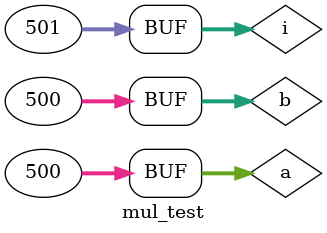
<source format=v>
`timescale 1ns / 1ps


module mul_test;

  reg [31:0]a,b;
  wire [63:0]out;
    integer i;
  ka uut(a,b,out);
  //oka uut(a,b,out);
  initial begin
    $dumpfile("test.vcd");
    $dumpvars(0,mul_test);
  end
    initial 
    begin
      for(i=0;i<=500;i=i+1)
        begin
        #1 a=i;
          #1 b=i;
          
        end     
        
    end
endmodule

</source>
